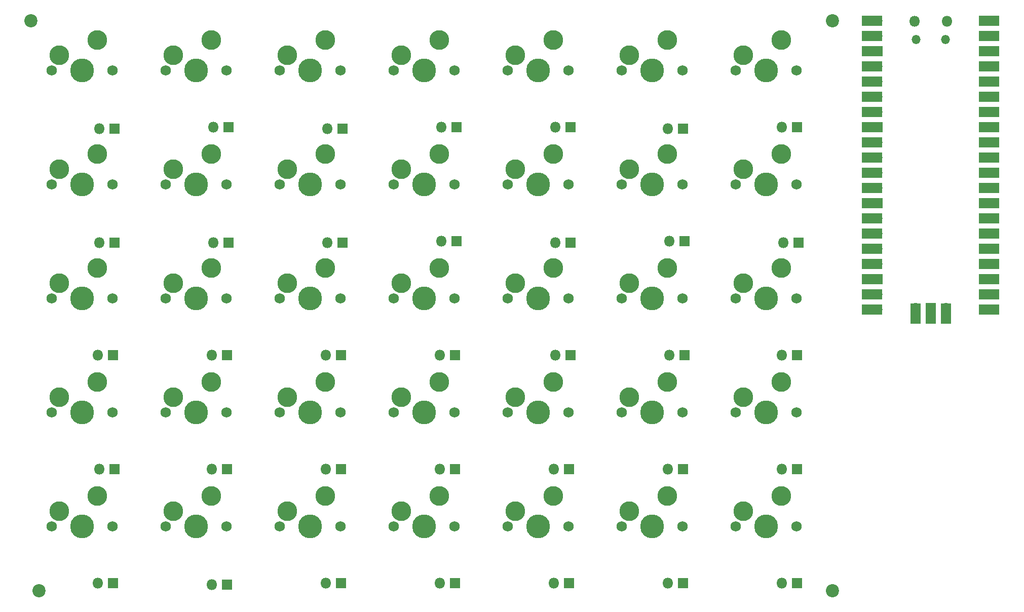
<source format=gbr>
%TF.GenerationSoftware,KiCad,Pcbnew,7.0.5*%
%TF.CreationDate,2023-07-21T14:17:18+03:00*%
%TF.ProjectId,MacroPadPlate,4d616372-6f50-4616-9450-6c6174652e6b,rev?*%
%TF.SameCoordinates,Original*%
%TF.FileFunction,Soldermask,Top*%
%TF.FilePolarity,Negative*%
%FSLAX46Y46*%
G04 Gerber Fmt 4.6, Leading zero omitted, Abs format (unit mm)*
G04 Created by KiCad (PCBNEW 7.0.5) date 2023-07-21 14:17:18*
%MOMM*%
%LPD*%
G01*
G04 APERTURE LIST*
%ADD10C,2.200000*%
%ADD11O,1.800000X1.800000*%
%ADD12O,1.500000X1.500000*%
%ADD13O,1.700000X1.700000*%
%ADD14R,3.500000X1.700000*%
%ADD15R,1.700000X1.700000*%
%ADD16R,1.700000X3.500000*%
%ADD17C,1.750000*%
%ADD18C,3.987800*%
%ADD19C,3.300000*%
%ADD20R,1.800000X1.800000*%
G04 APERTURE END LIST*
D10*
%TO.C,REF\u002A\u002A*%
X211931250Y-32543750D03*
%TD*%
%TO.C,REF\u002A\u002A*%
X211931250Y-127793750D03*
%TD*%
%TO.C,REF\u002A\u002A*%
X78000000Y-32543750D03*
%TD*%
%TO.C,REF\u002A\u002A*%
X79375000Y-127793750D03*
%TD*%
D11*
%TO.C,U1*%
X225621000Y-32642000D03*
D12*
X225921000Y-35672000D03*
X230771000Y-35672000D03*
D11*
X231071000Y-32642000D03*
D13*
X219456000Y-32512000D03*
D14*
X218556000Y-32512000D03*
D13*
X219456000Y-35052000D03*
D14*
X218556000Y-35052000D03*
D15*
X219456000Y-37592000D03*
D14*
X218556000Y-37592000D03*
D13*
X219456000Y-40132000D03*
D14*
X218556000Y-40132000D03*
D13*
X219456000Y-42672000D03*
D14*
X218556000Y-42672000D03*
D13*
X219456000Y-45212000D03*
D14*
X218556000Y-45212000D03*
D13*
X219456000Y-47752000D03*
D14*
X218556000Y-47752000D03*
D15*
X219456000Y-50292000D03*
D14*
X218556000Y-50292000D03*
D13*
X219456000Y-52832000D03*
D14*
X218556000Y-52832000D03*
D13*
X219456000Y-55372000D03*
D14*
X218556000Y-55372000D03*
D13*
X219456000Y-57912000D03*
D14*
X218556000Y-57912000D03*
D13*
X219456000Y-60452000D03*
D14*
X218556000Y-60452000D03*
D15*
X219456000Y-62992000D03*
D14*
X218556000Y-62992000D03*
D13*
X219456000Y-65532000D03*
D14*
X218556000Y-65532000D03*
D13*
X219456000Y-68072000D03*
D14*
X218556000Y-68072000D03*
D13*
X219456000Y-70612000D03*
D14*
X218556000Y-70612000D03*
D13*
X219456000Y-73152000D03*
D14*
X218556000Y-73152000D03*
D15*
X219456000Y-75692000D03*
D14*
X218556000Y-75692000D03*
D13*
X219456000Y-78232000D03*
D14*
X218556000Y-78232000D03*
D13*
X219456000Y-80772000D03*
D14*
X218556000Y-80772000D03*
D13*
X237236000Y-80772000D03*
D14*
X238136000Y-80772000D03*
D13*
X237236000Y-78232000D03*
D14*
X238136000Y-78232000D03*
D15*
X237236000Y-75692000D03*
D14*
X238136000Y-75692000D03*
D13*
X237236000Y-73152000D03*
D14*
X238136000Y-73152000D03*
D13*
X237236000Y-70612000D03*
D14*
X238136000Y-70612000D03*
D13*
X237236000Y-68072000D03*
D14*
X238136000Y-68072000D03*
D13*
X237236000Y-65532000D03*
D14*
X238136000Y-65532000D03*
D15*
X237236000Y-62992000D03*
D14*
X238136000Y-62992000D03*
D13*
X237236000Y-60452000D03*
D14*
X238136000Y-60452000D03*
D13*
X237236000Y-57912000D03*
D14*
X238136000Y-57912000D03*
D13*
X237236000Y-55372000D03*
D14*
X238136000Y-55372000D03*
D13*
X237236000Y-52832000D03*
D14*
X238136000Y-52832000D03*
D15*
X237236000Y-50292000D03*
D14*
X238136000Y-50292000D03*
D13*
X237236000Y-47752000D03*
D14*
X238136000Y-47752000D03*
D13*
X237236000Y-45212000D03*
D14*
X238136000Y-45212000D03*
D13*
X237236000Y-42672000D03*
D14*
X238136000Y-42672000D03*
D13*
X237236000Y-40132000D03*
D14*
X238136000Y-40132000D03*
D15*
X237236000Y-37592000D03*
D14*
X238136000Y-37592000D03*
D13*
X237236000Y-35052000D03*
D14*
X238136000Y-35052000D03*
D13*
X237236000Y-32512000D03*
D14*
X238136000Y-32512000D03*
D13*
X225806000Y-80542000D03*
D16*
X225806000Y-81442000D03*
D15*
X228346000Y-80542000D03*
D16*
X228346000Y-81442000D03*
D13*
X230886000Y-80542000D03*
D16*
X230886000Y-81442000D03*
%TD*%
D17*
%TO.C,MX20*%
X110629300Y-78890000D03*
D18*
X105549300Y-78890000D03*
D17*
X100469300Y-78890000D03*
D19*
X101739300Y-76350000D03*
X108089300Y-73810000D03*
%TD*%
D20*
%TO.C,D25*%
X148873000Y-107442000D03*
D11*
X146333000Y-107442000D03*
%TD*%
D20*
%TO.C,D1*%
X206023000Y-50292000D03*
D11*
X203483000Y-50292000D03*
%TD*%
D17*
%TO.C,MX9*%
X186829300Y-59840000D03*
D18*
X181749300Y-59840000D03*
D17*
X176669300Y-59840000D03*
D19*
X177939300Y-57300000D03*
X184289300Y-54760000D03*
%TD*%
D17*
%TO.C,MX31*%
X167779300Y-116990000D03*
D18*
X162699300Y-116990000D03*
D17*
X157619300Y-116990000D03*
D19*
X158889300Y-114450000D03*
X165239300Y-111910000D03*
%TD*%
D17*
%TO.C,MX18*%
X148729300Y-78890000D03*
D18*
X143649300Y-78890000D03*
D17*
X138569300Y-78890000D03*
D19*
X139839300Y-76350000D03*
X146189300Y-73810000D03*
%TD*%
D17*
%TO.C,MX7*%
X91579300Y-40790000D03*
D18*
X86499300Y-40790000D03*
D17*
X81419300Y-40790000D03*
D19*
X82689300Y-38250000D03*
X89039300Y-35710000D03*
%TD*%
D17*
%TO.C,MX33*%
X129679300Y-116990000D03*
D18*
X124599300Y-116990000D03*
D17*
X119519300Y-116990000D03*
D19*
X120789300Y-114450000D03*
X127139300Y-111910000D03*
%TD*%
D17*
%TO.C,MX26*%
X129679300Y-97940000D03*
D18*
X124599300Y-97940000D03*
D17*
X119519300Y-97940000D03*
D19*
X120789300Y-95400000D03*
X127139300Y-92860000D03*
%TD*%
D17*
%TO.C,MX4*%
X148729300Y-40790000D03*
D18*
X143649300Y-40790000D03*
D17*
X138569300Y-40790000D03*
D19*
X139839300Y-38250000D03*
X146189300Y-35710000D03*
%TD*%
D17*
%TO.C,MX16*%
X186829300Y-78890000D03*
D18*
X181749300Y-78890000D03*
D17*
X176669300Y-78890000D03*
D19*
X177939300Y-76350000D03*
X184289300Y-73810000D03*
%TD*%
D17*
%TO.C,MX12*%
X129679300Y-59840000D03*
D18*
X124599300Y-59840000D03*
D17*
X119519300Y-59840000D03*
D19*
X120789300Y-57300000D03*
X127139300Y-54760000D03*
%TD*%
D20*
%TO.C,D29*%
X206023000Y-126492000D03*
D11*
X203483000Y-126492000D03*
%TD*%
D17*
%TO.C,MX35*%
X91579300Y-116990000D03*
D18*
X86499300Y-116990000D03*
D17*
X81419300Y-116990000D03*
D19*
X82689300Y-114450000D03*
X89039300Y-111910000D03*
%TD*%
D17*
%TO.C,MX17*%
X167779300Y-78890000D03*
D18*
X162699300Y-78890000D03*
D17*
X157619300Y-78890000D03*
D19*
X158889300Y-76350000D03*
X165239300Y-73810000D03*
%TD*%
D17*
%TO.C,MX13*%
X110629300Y-59840000D03*
D18*
X105549300Y-59840000D03*
D17*
X100469300Y-59840000D03*
D19*
X101739300Y-57300000D03*
X108089300Y-54760000D03*
%TD*%
D17*
%TO.C,MX28*%
X91579300Y-97940000D03*
D18*
X86499300Y-97940000D03*
D17*
X81419300Y-97940000D03*
D19*
X82689300Y-95400000D03*
X89039300Y-92860000D03*
%TD*%
D17*
%TO.C,MX3*%
X167779300Y-40790000D03*
D18*
X162699300Y-40790000D03*
D17*
X157619300Y-40790000D03*
D19*
X158889300Y-38250000D03*
X165239300Y-35710000D03*
%TD*%
D20*
%TO.C,D5*%
X130019300Y-50546000D03*
D11*
X127479300Y-50546000D03*
%TD*%
D20*
%TO.C,D31*%
X167923000Y-126492000D03*
D11*
X165383000Y-126492000D03*
%TD*%
D17*
%TO.C,MX14*%
X91579300Y-59840000D03*
D18*
X86499300Y-59840000D03*
D17*
X81419300Y-59840000D03*
D19*
X82689300Y-57300000D03*
X89039300Y-54760000D03*
%TD*%
D17*
%TO.C,MX22*%
X205879300Y-97940000D03*
D18*
X200799300Y-97940000D03*
D17*
X195719300Y-97940000D03*
D19*
X196989300Y-95400000D03*
X203339300Y-92860000D03*
%TD*%
D17*
%TO.C,MX30*%
X186829300Y-116990000D03*
D18*
X181749300Y-116990000D03*
D17*
X176669300Y-116990000D03*
D19*
X177939300Y-114450000D03*
X184289300Y-111910000D03*
%TD*%
D20*
%TO.C,D32*%
X148873000Y-126492000D03*
D11*
X146333000Y-126492000D03*
%TD*%
D17*
%TO.C,MX8*%
X205879300Y-59840000D03*
D18*
X200799300Y-59840000D03*
D17*
X195719300Y-59840000D03*
D19*
X196989300Y-57300000D03*
X203339300Y-54760000D03*
%TD*%
D20*
%TO.C,D10*%
X168148300Y-69596000D03*
D11*
X165608300Y-69596000D03*
%TD*%
D20*
%TO.C,D22*%
X206023000Y-107442000D03*
D11*
X203483000Y-107442000D03*
%TD*%
D17*
%TO.C,MX5*%
X129679300Y-40790000D03*
D18*
X124599300Y-40790000D03*
D17*
X119519300Y-40790000D03*
D19*
X120789300Y-38250000D03*
X127139300Y-35710000D03*
%TD*%
D17*
%TO.C,MX29*%
X205879300Y-116990000D03*
D18*
X200799300Y-116990000D03*
D17*
X195719300Y-116990000D03*
D19*
X196989300Y-114450000D03*
X203339300Y-111910000D03*
%TD*%
D20*
%TO.C,D16*%
X187169300Y-88392000D03*
D11*
X184629300Y-88392000D03*
%TD*%
D20*
%TO.C,D14*%
X91948300Y-69596000D03*
D11*
X89408300Y-69596000D03*
%TD*%
D17*
%TO.C,MX25*%
X148729300Y-97940000D03*
D18*
X143649300Y-97940000D03*
D17*
X138569300Y-97940000D03*
D19*
X139839300Y-95400000D03*
X146189300Y-92860000D03*
%TD*%
D17*
%TO.C,MX1*%
X205879300Y-40790000D03*
D18*
X200799300Y-40790000D03*
D17*
X195719300Y-40790000D03*
D19*
X196989300Y-38250000D03*
X203339300Y-35710000D03*
%TD*%
D20*
%TO.C,D21*%
X91723000Y-88392000D03*
D11*
X89183000Y-88392000D03*
%TD*%
D20*
%TO.C,D23*%
X186973000Y-107442000D03*
D11*
X184433000Y-107442000D03*
%TD*%
D20*
%TO.C,D35*%
X91723000Y-126492000D03*
D11*
X89183000Y-126492000D03*
%TD*%
D20*
%TO.C,D6*%
X110969300Y-50292000D03*
D11*
X108429300Y-50292000D03*
%TD*%
D17*
%TO.C,MX24*%
X167779300Y-97940000D03*
D18*
X162699300Y-97940000D03*
D17*
X157619300Y-97940000D03*
D19*
X158889300Y-95400000D03*
X165239300Y-92860000D03*
%TD*%
D20*
%TO.C,D2*%
X186944300Y-50546000D03*
D11*
X184404300Y-50546000D03*
%TD*%
D20*
%TO.C,D17*%
X168177000Y-88392000D03*
D11*
X165637000Y-88392000D03*
%TD*%
D20*
%TO.C,D30*%
X186973000Y-126492000D03*
D11*
X184433000Y-126492000D03*
%TD*%
D17*
%TO.C,MX15*%
X205879300Y-78890000D03*
D18*
X200799300Y-78890000D03*
D17*
X195719300Y-78890000D03*
D19*
X196989300Y-76350000D03*
X203339300Y-73810000D03*
%TD*%
D17*
%TO.C,MX32*%
X148729300Y-116990000D03*
D18*
X143649300Y-116990000D03*
D17*
X138569300Y-116990000D03*
D19*
X139839300Y-114450000D03*
X146189300Y-111910000D03*
%TD*%
D20*
%TO.C,D12*%
X130048300Y-69596000D03*
D11*
X127508300Y-69596000D03*
%TD*%
D20*
%TO.C,D9*%
X187198300Y-69342000D03*
D11*
X184658300Y-69342000D03*
%TD*%
D17*
%TO.C,MX6*%
X110629300Y-40790000D03*
D18*
X105549300Y-40790000D03*
D17*
X100469300Y-40790000D03*
D19*
X101739300Y-38250000D03*
X108089300Y-35710000D03*
%TD*%
D17*
%TO.C,MX11*%
X148729300Y-59840000D03*
D18*
X143649300Y-59840000D03*
D17*
X138569300Y-59840000D03*
D19*
X139839300Y-57300000D03*
X146189300Y-54760000D03*
%TD*%
D20*
%TO.C,D8*%
X206248300Y-69596000D03*
D11*
X203708300Y-69596000D03*
%TD*%
D17*
%TO.C,MX34*%
X110629300Y-116990000D03*
D18*
X105549300Y-116990000D03*
D17*
X100469300Y-116990000D03*
D19*
X101739300Y-114450000D03*
X108089300Y-111910000D03*
%TD*%
D17*
%TO.C,MX10*%
X167779300Y-59840000D03*
D18*
X162699300Y-59840000D03*
D17*
X157619300Y-59840000D03*
D19*
X158889300Y-57300000D03*
X165239300Y-54760000D03*
%TD*%
D17*
%TO.C,MX2*%
X186829300Y-40790000D03*
D18*
X181749300Y-40790000D03*
D17*
X176669300Y-40790000D03*
D19*
X177939300Y-38250000D03*
X184289300Y-35710000D03*
%TD*%
D17*
%TO.C,MX27*%
X110629300Y-97940000D03*
D18*
X105549300Y-97940000D03*
D17*
X100469300Y-97940000D03*
D19*
X101739300Y-95400000D03*
X108089300Y-92860000D03*
%TD*%
D17*
%TO.C,MX21*%
X91579300Y-78890000D03*
D18*
X86499300Y-78890000D03*
D17*
X81419300Y-78890000D03*
D19*
X82689300Y-76350000D03*
X89039300Y-73810000D03*
%TD*%
D20*
%TO.C,D33*%
X129823000Y-126492000D03*
D11*
X127283000Y-126492000D03*
%TD*%
D17*
%TO.C,MX23*%
X186829300Y-97940000D03*
D18*
X181749300Y-97940000D03*
D17*
X176669300Y-97940000D03*
D19*
X177939300Y-95400000D03*
X184289300Y-92860000D03*
%TD*%
D20*
%TO.C,D28*%
X91977000Y-107442000D03*
D11*
X89437000Y-107442000D03*
%TD*%
D20*
%TO.C,D27*%
X110773000Y-107442000D03*
D11*
X108233000Y-107442000D03*
%TD*%
D20*
%TO.C,D24*%
X167923000Y-107442000D03*
D11*
X165383000Y-107442000D03*
%TD*%
D20*
%TO.C,D34*%
X110773000Y-126746000D03*
D11*
X108233000Y-126746000D03*
%TD*%
D20*
%TO.C,D20*%
X110773000Y-88392000D03*
D11*
X108233000Y-88392000D03*
%TD*%
D20*
%TO.C,D11*%
X149098300Y-69342000D03*
D11*
X146558300Y-69342000D03*
%TD*%
D20*
%TO.C,D4*%
X149098300Y-50292000D03*
D11*
X146558300Y-50292000D03*
%TD*%
D20*
%TO.C,D18*%
X148873000Y-88392000D03*
D11*
X146333000Y-88392000D03*
%TD*%
D20*
%TO.C,D15*%
X205994300Y-88392000D03*
D11*
X203454300Y-88392000D03*
%TD*%
D20*
%TO.C,D26*%
X129823000Y-107442000D03*
D11*
X127283000Y-107442000D03*
%TD*%
D17*
%TO.C,MX19*%
X129679300Y-78890000D03*
D18*
X124599300Y-78890000D03*
D17*
X119519300Y-78890000D03*
D19*
X120789300Y-76350000D03*
X127139300Y-73810000D03*
%TD*%
D20*
%TO.C,D13*%
X110998300Y-69596000D03*
D11*
X108458300Y-69596000D03*
%TD*%
D20*
%TO.C,D19*%
X129823000Y-88392000D03*
D11*
X127283000Y-88392000D03*
%TD*%
D20*
%TO.C,D3*%
X168148300Y-50292000D03*
D11*
X165608300Y-50292000D03*
%TD*%
D20*
%TO.C,D7*%
X91919300Y-50546000D03*
D11*
X89379300Y-50546000D03*
%TD*%
M02*

</source>
